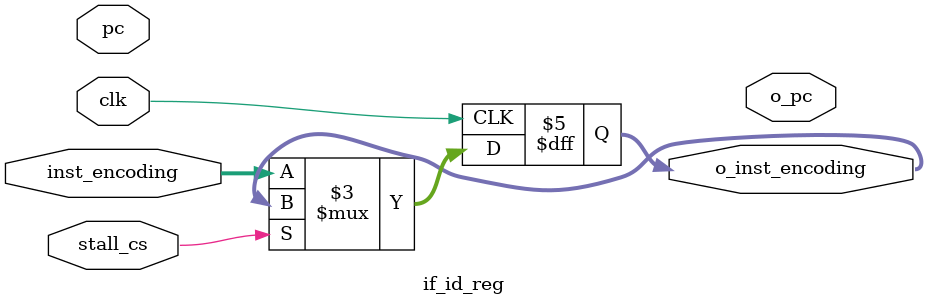
<source format=v>
module if_id_reg(inst_encoding, pc, o_inst_encoding, o_pc, stall_cs, clk);

    input [31:0] inst_encoding;
    input [31:0] pc;
    input stall_cs, clk;

    output reg [31:0] o_inst_encoding;
    output reg [31:0] o_pc;

    always @ (posedge clk) begin

        case (stall_cs)

            1'b0:        o_inst_encoding = inst_encoding;
            default:    o_inst_encoding = o_inst_encoding;

        endcase

    end

endmodule



</source>
